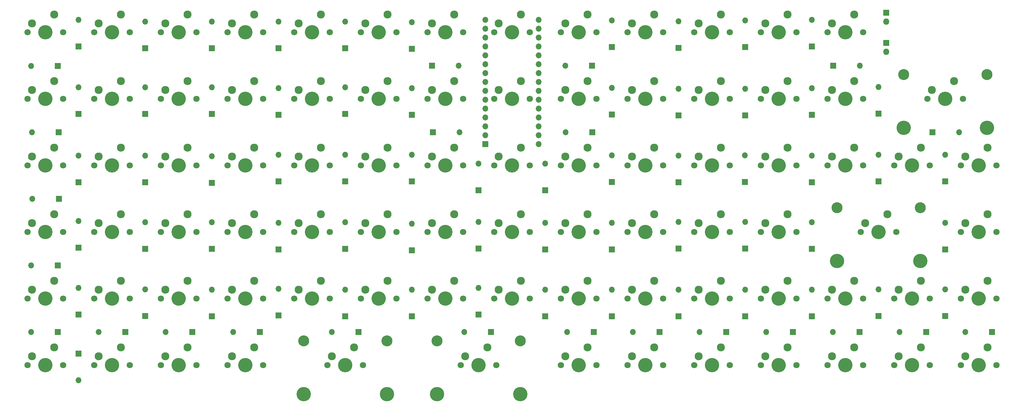
<source format=gbr>
G04 #@! TF.GenerationSoftware,KiCad,Pcbnew,(5.1.6-0-10_14)*
G04 #@! TF.CreationDate,2020-07-14T21:26:00+02:00*
G04 #@! TF.ProjectId,can-ortholinear-keyboard,63616e2d-6f72-4746-986f-6c696e656172,0.1*
G04 #@! TF.SameCoordinates,Original*
G04 #@! TF.FileFunction,Soldermask,Top*
G04 #@! TF.FilePolarity,Negative*
%FSLAX46Y46*%
G04 Gerber Fmt 4.6, Leading zero omitted, Abs format (unit mm)*
G04 Created by KiCad (PCBNEW (5.1.6-0-10_14)) date 2020-07-14 21:26:00*
%MOMM*%
%LPD*%
G01*
G04 APERTURE LIST*
%ADD10C,1.800000*%
%ADD11C,4.100000*%
%ADD12C,2.300000*%
%ADD13C,3.150000*%
%ADD14O,1.800000X1.800000*%
%ADD15R,1.800000X1.800000*%
%ADD16O,1.700000X1.700000*%
%ADD17R,1.700000X1.700000*%
G04 APERTURE END LIST*
D10*
X168148000Y-60198000D03*
X157988000Y-60198000D03*
D11*
X163068000Y-60198000D03*
D12*
X159258000Y-57658000D03*
X165608000Y-55118000D03*
D13*
X298793000Y-91298000D03*
X274993000Y-91298000D03*
D11*
X274993000Y-106538000D03*
X298793000Y-106538000D03*
D10*
X291973000Y-98298000D03*
X281813000Y-98298000D03*
D11*
X286893000Y-98298000D03*
D12*
X283083000Y-95758000D03*
X289433000Y-93218000D03*
D10*
X282448000Y-79248000D03*
X272288000Y-79248000D03*
D11*
X277368000Y-79248000D03*
D12*
X273558000Y-76708000D03*
X279908000Y-74168000D03*
D10*
X320548000Y-136398000D03*
X310388000Y-136398000D03*
D11*
X315468000Y-136398000D03*
D12*
X311658000Y-133858000D03*
X318008000Y-131318000D03*
D10*
X320548000Y-117348000D03*
X310388000Y-117348000D03*
D11*
X315468000Y-117348000D03*
D12*
X311658000Y-114808000D03*
X318008000Y-112268000D03*
D10*
X320548000Y-98298000D03*
X310388000Y-98298000D03*
D11*
X315468000Y-98298000D03*
D12*
X311658000Y-95758000D03*
X318008000Y-93218000D03*
D10*
X320548000Y-79248000D03*
X310388000Y-79248000D03*
D11*
X315468000Y-79248000D03*
D12*
X311658000Y-76708000D03*
X318008000Y-74168000D03*
D14*
X289052000Y-46736000D03*
D15*
X289052000Y-44196000D03*
D10*
X301498000Y-136398000D03*
X291338000Y-136398000D03*
D11*
X296418000Y-136398000D03*
D12*
X292608000Y-133858000D03*
X298958000Y-131318000D03*
D10*
X301498000Y-117348000D03*
X291338000Y-117348000D03*
D11*
X296418000Y-117348000D03*
D12*
X292608000Y-114808000D03*
X298958000Y-112268000D03*
D10*
X301498000Y-79248000D03*
X291338000Y-79248000D03*
D11*
X296418000Y-79248000D03*
D12*
X292608000Y-76708000D03*
X298958000Y-74168000D03*
D13*
X317843000Y-53198000D03*
X294043000Y-53198000D03*
D11*
X294043000Y-68438000D03*
X317843000Y-68438000D03*
D10*
X311023000Y-60198000D03*
X300863000Y-60198000D03*
D11*
X305943000Y-60198000D03*
D12*
X302133000Y-57658000D03*
X308483000Y-55118000D03*
D14*
X289052000Y-38100000D03*
D15*
X289052000Y-35560000D03*
D10*
X282448000Y-136398000D03*
X272288000Y-136398000D03*
D11*
X277368000Y-136398000D03*
D12*
X273558000Y-133858000D03*
X279908000Y-131318000D03*
D10*
X282448000Y-117348000D03*
X272288000Y-117348000D03*
D11*
X277368000Y-117348000D03*
D12*
X273558000Y-114808000D03*
X279908000Y-112268000D03*
D10*
X282448000Y-60198000D03*
X272288000Y-60198000D03*
D11*
X277368000Y-60198000D03*
D12*
X273558000Y-57658000D03*
X279908000Y-55118000D03*
D10*
X282448000Y-41148000D03*
X272288000Y-41148000D03*
D11*
X277368000Y-41148000D03*
D12*
X273558000Y-38608000D03*
X279908000Y-36068000D03*
D10*
X263398000Y-136398000D03*
X253238000Y-136398000D03*
D11*
X258318000Y-136398000D03*
D12*
X254508000Y-133858000D03*
X260858000Y-131318000D03*
D10*
X263398000Y-117348000D03*
X253238000Y-117348000D03*
D11*
X258318000Y-117348000D03*
D12*
X254508000Y-114808000D03*
X260858000Y-112268000D03*
D10*
X263398000Y-98298000D03*
X253238000Y-98298000D03*
D11*
X258318000Y-98298000D03*
D12*
X254508000Y-95758000D03*
X260858000Y-93218000D03*
D10*
X263398000Y-79248000D03*
X253238000Y-79248000D03*
D11*
X258318000Y-79248000D03*
D12*
X254508000Y-76708000D03*
X260858000Y-74168000D03*
D10*
X263398000Y-60198000D03*
X253238000Y-60198000D03*
D11*
X258318000Y-60198000D03*
D12*
X254508000Y-57658000D03*
X260858000Y-55118000D03*
D10*
X263398000Y-41148000D03*
X253238000Y-41148000D03*
D11*
X258318000Y-41148000D03*
D12*
X254508000Y-38608000D03*
X260858000Y-36068000D03*
D10*
X244348000Y-136398000D03*
X234188000Y-136398000D03*
D11*
X239268000Y-136398000D03*
D12*
X235458000Y-133858000D03*
X241808000Y-131318000D03*
D10*
X244348000Y-117348000D03*
X234188000Y-117348000D03*
D11*
X239268000Y-117348000D03*
D12*
X235458000Y-114808000D03*
X241808000Y-112268000D03*
D10*
X244348000Y-98298000D03*
X234188000Y-98298000D03*
D11*
X239268000Y-98298000D03*
D12*
X235458000Y-95758000D03*
X241808000Y-93218000D03*
D10*
X244348000Y-79248000D03*
X234188000Y-79248000D03*
D11*
X239268000Y-79248000D03*
D12*
X235458000Y-76708000D03*
X241808000Y-74168000D03*
D10*
X244348000Y-60198000D03*
X234188000Y-60198000D03*
D11*
X239268000Y-60198000D03*
D12*
X235458000Y-57658000D03*
X241808000Y-55118000D03*
D10*
X244348000Y-41148000D03*
X234188000Y-41148000D03*
D11*
X239268000Y-41148000D03*
D12*
X235458000Y-38608000D03*
X241808000Y-36068000D03*
D10*
X225298000Y-136398000D03*
X215138000Y-136398000D03*
D11*
X220218000Y-136398000D03*
D12*
X216408000Y-133858000D03*
X222758000Y-131318000D03*
D10*
X225298000Y-117348000D03*
X215138000Y-117348000D03*
D11*
X220218000Y-117348000D03*
D12*
X216408000Y-114808000D03*
X222758000Y-112268000D03*
D10*
X225298000Y-98298000D03*
X215138000Y-98298000D03*
D11*
X220218000Y-98298000D03*
D12*
X216408000Y-95758000D03*
X222758000Y-93218000D03*
D10*
X225298000Y-79248000D03*
X215138000Y-79248000D03*
D11*
X220218000Y-79248000D03*
D12*
X216408000Y-76708000D03*
X222758000Y-74168000D03*
D10*
X225298000Y-60198000D03*
X215138000Y-60198000D03*
D11*
X220218000Y-60198000D03*
D12*
X216408000Y-57658000D03*
X222758000Y-55118000D03*
D10*
X225298000Y-41148000D03*
X215138000Y-41148000D03*
D11*
X220218000Y-41148000D03*
D12*
X216408000Y-38608000D03*
X222758000Y-36068000D03*
D10*
X206248000Y-136398000D03*
X196088000Y-136398000D03*
D11*
X201168000Y-136398000D03*
D12*
X197358000Y-133858000D03*
X203708000Y-131318000D03*
D10*
X206248000Y-117348000D03*
X196088000Y-117348000D03*
D11*
X201168000Y-117348000D03*
D12*
X197358000Y-114808000D03*
X203708000Y-112268000D03*
D10*
X206248000Y-98298000D03*
X196088000Y-98298000D03*
D11*
X201168000Y-98298000D03*
D12*
X197358000Y-95758000D03*
X203708000Y-93218000D03*
D10*
X206248000Y-79248000D03*
X196088000Y-79248000D03*
D11*
X201168000Y-79248000D03*
D12*
X197358000Y-76708000D03*
X203708000Y-74168000D03*
D10*
X206248000Y-60198000D03*
X196088000Y-60198000D03*
D11*
X201168000Y-60198000D03*
D12*
X197358000Y-57658000D03*
X203708000Y-55118000D03*
D10*
X206248000Y-41148000D03*
X196088000Y-41148000D03*
D11*
X201168000Y-41148000D03*
D12*
X197358000Y-38608000D03*
X203708000Y-36068000D03*
D10*
X187198000Y-117348000D03*
X177038000Y-117348000D03*
D11*
X182118000Y-117348000D03*
D12*
X178308000Y-114808000D03*
X184658000Y-112268000D03*
D10*
X187198000Y-98298000D03*
X177038000Y-98298000D03*
D11*
X182118000Y-98298000D03*
D12*
X178308000Y-95758000D03*
X184658000Y-93218000D03*
D10*
X187198000Y-79248000D03*
X177038000Y-79248000D03*
D11*
X182118000Y-79248000D03*
D12*
X178308000Y-76708000D03*
X184658000Y-74168000D03*
D10*
X187198000Y-60198000D03*
X177038000Y-60198000D03*
D11*
X182118000Y-60198000D03*
D12*
X178308000Y-57658000D03*
X184658000Y-55118000D03*
D10*
X187198000Y-41148000D03*
X177038000Y-41148000D03*
D11*
X182118000Y-41148000D03*
D12*
X178308000Y-38608000D03*
X184658000Y-36068000D03*
D13*
X184493000Y-129398000D03*
X160693000Y-129398000D03*
D11*
X160693000Y-144638000D03*
X184493000Y-144638000D03*
D10*
X177673000Y-136398000D03*
X167513000Y-136398000D03*
D11*
X172593000Y-136398000D03*
D12*
X168783000Y-133858000D03*
X175133000Y-131318000D03*
D10*
X168148000Y-117348000D03*
X157988000Y-117348000D03*
D11*
X163068000Y-117348000D03*
D12*
X159258000Y-114808000D03*
X165608000Y-112268000D03*
D10*
X168148000Y-98298000D03*
X157988000Y-98298000D03*
D11*
X163068000Y-98298000D03*
D12*
X159258000Y-95758000D03*
X165608000Y-93218000D03*
D10*
X168148000Y-79248000D03*
X157988000Y-79248000D03*
D11*
X163068000Y-79248000D03*
D12*
X159258000Y-76708000D03*
X165608000Y-74168000D03*
D10*
X168148000Y-41148000D03*
X157988000Y-41148000D03*
D11*
X163068000Y-41148000D03*
D12*
X159258000Y-38608000D03*
X165608000Y-36068000D03*
D10*
X149098000Y-117348000D03*
X138938000Y-117348000D03*
D11*
X144018000Y-117348000D03*
D12*
X140208000Y-114808000D03*
X146558000Y-112268000D03*
D10*
X149098000Y-98298000D03*
X138938000Y-98298000D03*
D11*
X144018000Y-98298000D03*
D12*
X140208000Y-95758000D03*
X146558000Y-93218000D03*
D10*
X149098000Y-79248000D03*
X138938000Y-79248000D03*
D11*
X144018000Y-79248000D03*
D12*
X140208000Y-76708000D03*
X146558000Y-74168000D03*
D10*
X149098000Y-60198000D03*
X138938000Y-60198000D03*
D11*
X144018000Y-60198000D03*
D12*
X140208000Y-57658000D03*
X146558000Y-55118000D03*
D10*
X149098000Y-41148000D03*
X138938000Y-41148000D03*
D11*
X144018000Y-41148000D03*
D12*
X140208000Y-38608000D03*
X146558000Y-36068000D03*
D13*
X146393000Y-129398000D03*
X122593000Y-129398000D03*
D11*
X122593000Y-144638000D03*
X146393000Y-144638000D03*
D10*
X139573000Y-136398000D03*
X129413000Y-136398000D03*
D11*
X134493000Y-136398000D03*
D12*
X130683000Y-133858000D03*
X137033000Y-131318000D03*
D10*
X130048000Y-117348000D03*
X119888000Y-117348000D03*
D11*
X124968000Y-117348000D03*
D12*
X121158000Y-114808000D03*
X127508000Y-112268000D03*
D10*
X130048000Y-98298000D03*
X119888000Y-98298000D03*
D11*
X124968000Y-98298000D03*
D12*
X121158000Y-95758000D03*
X127508000Y-93218000D03*
D10*
X130048000Y-79248000D03*
X119888000Y-79248000D03*
D11*
X124968000Y-79248000D03*
D12*
X121158000Y-76708000D03*
X127508000Y-74168000D03*
D10*
X130048000Y-60198000D03*
X119888000Y-60198000D03*
D11*
X124968000Y-60198000D03*
D12*
X121158000Y-57658000D03*
X127508000Y-55118000D03*
D10*
X130048000Y-41148000D03*
X119888000Y-41148000D03*
D11*
X124968000Y-41148000D03*
D12*
X121158000Y-38608000D03*
X127508000Y-36068000D03*
D10*
X110998000Y-136398000D03*
X100838000Y-136398000D03*
D11*
X105918000Y-136398000D03*
D12*
X102108000Y-133858000D03*
X108458000Y-131318000D03*
D10*
X110998000Y-117348000D03*
X100838000Y-117348000D03*
D11*
X105918000Y-117348000D03*
D12*
X102108000Y-114808000D03*
X108458000Y-112268000D03*
D10*
X110998000Y-98298000D03*
X100838000Y-98298000D03*
D11*
X105918000Y-98298000D03*
D12*
X102108000Y-95758000D03*
X108458000Y-93218000D03*
D10*
X110998000Y-79248000D03*
X100838000Y-79248000D03*
D11*
X105918000Y-79248000D03*
D12*
X102108000Y-76708000D03*
X108458000Y-74168000D03*
D10*
X110998000Y-60198000D03*
X100838000Y-60198000D03*
D11*
X105918000Y-60198000D03*
D12*
X102108000Y-57658000D03*
X108458000Y-55118000D03*
D10*
X110998000Y-41148000D03*
X100838000Y-41148000D03*
D11*
X105918000Y-41148000D03*
D12*
X102108000Y-38608000D03*
X108458000Y-36068000D03*
D10*
X91948000Y-136398000D03*
X81788000Y-136398000D03*
D11*
X86868000Y-136398000D03*
D12*
X83058000Y-133858000D03*
X89408000Y-131318000D03*
D10*
X91948000Y-117348000D03*
X81788000Y-117348000D03*
D11*
X86868000Y-117348000D03*
D12*
X83058000Y-114808000D03*
X89408000Y-112268000D03*
D10*
X91948000Y-98298000D03*
X81788000Y-98298000D03*
D11*
X86868000Y-98298000D03*
D12*
X83058000Y-95758000D03*
X89408000Y-93218000D03*
D10*
X91948000Y-79248000D03*
X81788000Y-79248000D03*
D11*
X86868000Y-79248000D03*
D12*
X83058000Y-76708000D03*
X89408000Y-74168000D03*
D10*
X91948000Y-60198000D03*
X81788000Y-60198000D03*
D11*
X86868000Y-60198000D03*
D12*
X83058000Y-57658000D03*
X89408000Y-55118000D03*
D10*
X91948000Y-41148000D03*
X81788000Y-41148000D03*
D11*
X86868000Y-41148000D03*
D12*
X83058000Y-38608000D03*
X89408000Y-36068000D03*
D10*
X72898000Y-136398000D03*
X62738000Y-136398000D03*
D11*
X67818000Y-136398000D03*
D12*
X64008000Y-133858000D03*
X70358000Y-131318000D03*
D10*
X72898000Y-117348000D03*
X62738000Y-117348000D03*
D11*
X67818000Y-117348000D03*
D12*
X64008000Y-114808000D03*
X70358000Y-112268000D03*
D10*
X72898000Y-98298000D03*
X62738000Y-98298000D03*
D11*
X67818000Y-98298000D03*
D12*
X64008000Y-95758000D03*
X70358000Y-93218000D03*
D10*
X72898000Y-79248000D03*
X62738000Y-79248000D03*
D11*
X67818000Y-79248000D03*
D12*
X64008000Y-76708000D03*
X70358000Y-74168000D03*
D10*
X72898000Y-60198000D03*
X62738000Y-60198000D03*
D11*
X67818000Y-60198000D03*
D12*
X64008000Y-57658000D03*
X70358000Y-55118000D03*
D10*
X72898000Y-41148000D03*
X62738000Y-41148000D03*
D11*
X67818000Y-41148000D03*
D12*
X64008000Y-38608000D03*
X70358000Y-36068000D03*
D10*
X53848000Y-136398000D03*
X43688000Y-136398000D03*
D11*
X48768000Y-136398000D03*
D12*
X44958000Y-133858000D03*
X51308000Y-131318000D03*
D10*
X53848000Y-117348000D03*
X43688000Y-117348000D03*
D11*
X48768000Y-117348000D03*
D12*
X44958000Y-114808000D03*
X51308000Y-112268000D03*
D10*
X53848000Y-98298000D03*
X43688000Y-98298000D03*
D11*
X48768000Y-98298000D03*
D12*
X44958000Y-95758000D03*
X51308000Y-93218000D03*
D10*
X53848000Y-79248000D03*
X43688000Y-79248000D03*
D11*
X48768000Y-79248000D03*
D12*
X44958000Y-76708000D03*
X51308000Y-74168000D03*
D10*
X53848000Y-60198000D03*
X43688000Y-60198000D03*
D11*
X48768000Y-60198000D03*
D12*
X44958000Y-57658000D03*
X51308000Y-55118000D03*
D10*
X53848000Y-41148000D03*
X43688000Y-41148000D03*
D11*
X48768000Y-41148000D03*
D12*
X44958000Y-38608000D03*
X51308000Y-36068000D03*
D16*
X311658000Y-126873000D03*
D17*
X319278000Y-126873000D03*
D16*
X305943000Y-114681000D03*
D17*
X305943000Y-122301000D03*
D16*
X305943000Y-95631000D03*
D17*
X305943000Y-103251000D03*
D16*
X305943000Y-76200000D03*
D17*
X305943000Y-83820000D03*
D16*
X286893000Y-56769000D03*
D17*
X286893000Y-64389000D03*
D16*
X292862000Y-126873000D03*
D17*
X300482000Y-126873000D03*
D16*
X286893000Y-114681000D03*
D17*
X286893000Y-122301000D03*
D16*
X286893000Y-76200000D03*
D17*
X286893000Y-83820000D03*
D16*
X309880000Y-69723000D03*
D17*
X302260000Y-69723000D03*
D16*
X281559000Y-50673000D03*
D17*
X273939000Y-50673000D03*
D16*
X273812000Y-126873000D03*
D17*
X281432000Y-126873000D03*
D16*
X267843000Y-114808000D03*
D17*
X267843000Y-122428000D03*
D16*
X267843000Y-95504000D03*
D17*
X267843000Y-103124000D03*
D16*
X267843000Y-76454000D03*
D17*
X267843000Y-84074000D03*
D16*
X267843000Y-57150000D03*
D17*
X267843000Y-64770000D03*
D16*
X267843000Y-37592000D03*
D17*
X267843000Y-45212000D03*
D16*
X254762000Y-126873000D03*
D17*
X262382000Y-126873000D03*
D16*
X248793000Y-114808000D03*
D17*
X248793000Y-122428000D03*
D16*
X248793000Y-95377000D03*
D17*
X248793000Y-102997000D03*
D16*
X248666000Y-76327000D03*
D17*
X248666000Y-83947000D03*
D16*
X248793000Y-57277000D03*
D17*
X248793000Y-64897000D03*
D16*
X248793000Y-37719000D03*
D17*
X248793000Y-45339000D03*
D16*
X235712000Y-126873000D03*
D17*
X243332000Y-126873000D03*
D16*
X229743000Y-114808000D03*
D17*
X229743000Y-122428000D03*
D16*
X229743000Y-95377000D03*
D17*
X229743000Y-102997000D03*
D16*
X229743000Y-76454000D03*
D17*
X229743000Y-84074000D03*
D16*
X229743000Y-57277000D03*
D17*
X229743000Y-64897000D03*
D16*
X229743000Y-37973000D03*
D17*
X229743000Y-45593000D03*
D16*
X216662000Y-126873000D03*
D17*
X224282000Y-126873000D03*
D16*
X210693000Y-114808000D03*
D17*
X210693000Y-122428000D03*
D16*
X210693000Y-95631000D03*
D17*
X210693000Y-103251000D03*
D16*
X210693000Y-76327000D03*
D17*
X210693000Y-83947000D03*
D16*
X210693000Y-57023000D03*
D17*
X210693000Y-64643000D03*
D16*
X210693000Y-37719000D03*
D17*
X210693000Y-45339000D03*
D16*
X197866000Y-126873000D03*
D17*
X205486000Y-126873000D03*
D16*
X191643000Y-114808000D03*
D17*
X191643000Y-122428000D03*
D16*
X191643000Y-95631000D03*
D17*
X191643000Y-103251000D03*
D16*
X191643000Y-78740000D03*
D17*
X191643000Y-86360000D03*
D16*
X197485000Y-69723000D03*
D17*
X205105000Y-69723000D03*
D16*
X197358000Y-50673000D03*
D17*
X204978000Y-50673000D03*
D16*
X172593000Y-114300000D03*
D17*
X172593000Y-121920000D03*
D16*
X172593000Y-95377000D03*
D17*
X172593000Y-102997000D03*
D16*
X172593000Y-78740000D03*
D17*
X172593000Y-86360000D03*
D16*
X167132000Y-69723000D03*
D17*
X159512000Y-69723000D03*
D16*
X166878000Y-50673000D03*
D17*
X159258000Y-50673000D03*
D16*
X168529000Y-126873000D03*
D17*
X176149000Y-126873000D03*
D16*
X153543000Y-114808000D03*
D17*
X153543000Y-122428000D03*
D16*
X153543000Y-95885000D03*
D17*
X153543000Y-103505000D03*
D16*
X153543000Y-76200000D03*
D17*
X153543000Y-83820000D03*
D16*
X153543000Y-57150000D03*
D17*
X153543000Y-64770000D03*
D16*
X153543000Y-38227000D03*
D17*
X153543000Y-45847000D03*
D16*
X134493000Y-114808000D03*
D17*
X134493000Y-122428000D03*
D16*
X134493000Y-95504000D03*
D17*
X134493000Y-103124000D03*
D16*
X134493000Y-76200000D03*
D17*
X134493000Y-83820000D03*
D16*
X134493000Y-56896000D03*
D17*
X134493000Y-64516000D03*
D16*
X134493000Y-38100000D03*
D17*
X134493000Y-45720000D03*
D16*
X130683000Y-126873000D03*
D17*
X138303000Y-126873000D03*
D16*
X115443000Y-114554000D03*
D17*
X115443000Y-122174000D03*
D16*
X115443000Y-95631000D03*
D17*
X115443000Y-103251000D03*
D16*
X115443000Y-76200000D03*
D17*
X115443000Y-83820000D03*
D16*
X115443000Y-57150000D03*
D17*
X115443000Y-64770000D03*
D16*
X115443000Y-38100000D03*
D17*
X115443000Y-45720000D03*
D16*
X102489000Y-126873000D03*
D17*
X110109000Y-126873000D03*
D16*
X96393000Y-114808000D03*
D17*
X96393000Y-122428000D03*
D16*
X96393000Y-95504000D03*
D17*
X96393000Y-103124000D03*
D16*
X96393000Y-76581000D03*
D17*
X96393000Y-84201000D03*
D16*
X96393000Y-56896000D03*
D17*
X96393000Y-64516000D03*
D16*
X96393000Y-38100000D03*
D17*
X96393000Y-45720000D03*
D16*
X83185000Y-126873000D03*
D17*
X90805000Y-126873000D03*
D16*
X77343000Y-114681000D03*
D17*
X77343000Y-122301000D03*
D16*
X77343000Y-95504000D03*
D17*
X77343000Y-103124000D03*
D16*
X77343000Y-76454000D03*
D17*
X77343000Y-84074000D03*
D16*
X77343000Y-56896000D03*
D17*
X77343000Y-64516000D03*
D16*
X77343000Y-38100000D03*
D17*
X77343000Y-45720000D03*
D16*
X64008000Y-126873000D03*
D17*
X71628000Y-126873000D03*
D16*
X58293000Y-114300000D03*
D17*
X58293000Y-121920000D03*
D16*
X58293000Y-95123000D03*
D17*
X58293000Y-102743000D03*
D16*
X58293000Y-76454000D03*
D17*
X58293000Y-84074000D03*
D16*
X58293000Y-56896000D03*
D17*
X58293000Y-64516000D03*
D16*
X58293000Y-37592000D03*
D17*
X58293000Y-45212000D03*
D16*
X58293000Y-140716000D03*
D17*
X58293000Y-133096000D03*
D16*
X44704000Y-126873000D03*
D17*
X52324000Y-126873000D03*
D16*
X44704000Y-107823000D03*
D17*
X52324000Y-107823000D03*
D16*
X45085000Y-88773000D03*
D17*
X52705000Y-88773000D03*
D16*
X44958000Y-69723000D03*
D17*
X52578000Y-69723000D03*
D16*
X44704000Y-50800000D03*
D17*
X52324000Y-50800000D03*
D16*
X189738000Y-37592000D03*
X174498000Y-37592000D03*
X189738000Y-73152000D03*
X174498000Y-40132000D03*
X189738000Y-70612000D03*
X174498000Y-42672000D03*
X189738000Y-68072000D03*
X174498000Y-45212000D03*
X189738000Y-65532000D03*
X174498000Y-47752000D03*
X189738000Y-62992000D03*
X174498000Y-50292000D03*
X189738000Y-60452000D03*
X174498000Y-52832000D03*
X189738000Y-57912000D03*
X174498000Y-55372000D03*
X189738000Y-55372000D03*
X174498000Y-57912000D03*
X189738000Y-52832000D03*
X174498000Y-60452000D03*
X189738000Y-50292000D03*
X174498000Y-62992000D03*
X189738000Y-47752000D03*
X174498000Y-65532000D03*
X189738000Y-45212000D03*
X174498000Y-68072000D03*
X189738000Y-42672000D03*
X174498000Y-70612000D03*
X189738000Y-40132000D03*
D17*
X174498000Y-73152000D03*
M02*

</source>
